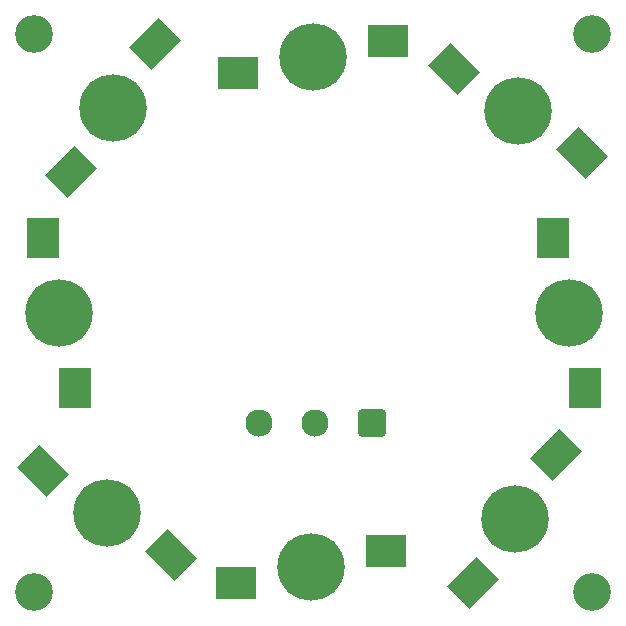
<source format=gbr>
%TF.GenerationSoftware,KiCad,Pcbnew,8.0.2*%
%TF.CreationDate,2024-08-19T21:28:26+02:00*%
%TF.ProjectId,ringlight,72696e67-6c69-4676-9874-2e6b69636164,rev?*%
%TF.SameCoordinates,Original*%
%TF.FileFunction,Soldermask,Top*%
%TF.FilePolarity,Negative*%
%FSLAX46Y46*%
G04 Gerber Fmt 4.6, Leading zero omitted, Abs format (unit mm)*
G04 Created by KiCad (PCBNEW 8.0.2) date 2024-08-19 21:28:26*
%MOMM*%
%LPD*%
G01*
G04 APERTURE LIST*
G04 Aperture macros list*
%AMRoundRect*
0 Rectangle with rounded corners*
0 $1 Rounding radius*
0 $2 $3 $4 $5 $6 $7 $8 $9 X,Y pos of 4 corners*
0 Add a 4 corners polygon primitive as box body*
4,1,4,$2,$3,$4,$5,$6,$7,$8,$9,$2,$3,0*
0 Add four circle primitives for the rounded corners*
1,1,$1+$1,$2,$3*
1,1,$1+$1,$4,$5*
1,1,$1+$1,$6,$7*
1,1,$1+$1,$8,$9*
0 Add four rect primitives between the rounded corners*
20,1,$1+$1,$2,$3,$4,$5,0*
20,1,$1+$1,$4,$5,$6,$7,0*
20,1,$1+$1,$6,$7,$8,$9,0*
20,1,$1+$1,$8,$9,$2,$3,0*%
%AMRotRect*
0 Rectangle, with rotation*
0 The origin of the aperture is its center*
0 $1 length*
0 $2 width*
0 $3 Rotation angle, in degrees counterclockwise*
0 Add horizontal line*
21,1,$1,$2,0,0,$3*%
G04 Aperture macros list end*
%ADD10C,3.200000*%
%ADD11R,3.500000X2.700000*%
%ADD12C,5.700000*%
%ADD13RotRect,3.500000X2.700000X45.000000*%
%ADD14RotRect,3.500000X2.700000X315.000000*%
%ADD15R,2.700000X3.500000*%
%ADD16RotRect,3.500000X2.700000X135.000000*%
%ADD17RoundRect,0.250001X0.899999X0.899999X-0.899999X0.899999X-0.899999X-0.899999X0.899999X-0.899999X0*%
%ADD18C,2.300000*%
%ADD19RotRect,3.500000X2.700000X225.000000*%
G04 APERTURE END LIST*
D10*
%TO.C,REF\u002A\u002A*%
X53290000Y53270000D03*
%TD*%
%TO.C,REF\u002A\u002A*%
X6000000Y53270000D03*
%TD*%
D11*
%TO.C,D1*%
X35995000Y52658000D03*
X23295000Y49958000D03*
D12*
X29645000Y51308000D03*
%TD*%
D11*
%TO.C,D5*%
X23114000Y6778000D03*
X35814000Y9478000D03*
D12*
X29464000Y8128000D03*
%TD*%
D13*
%TO.C,D4*%
X43180000Y6747278D03*
X50251068Y17636722D03*
D12*
X46715534Y12192000D03*
%TD*%
D14*
%TO.C,D6*%
X6747278Y16235534D03*
X17636722Y9164466D03*
D12*
X12192000Y12700000D03*
%TD*%
D15*
%TO.C,D3*%
X52658000Y23285000D03*
X49958000Y35985000D03*
D12*
X51308000Y29635000D03*
%TD*%
D10*
%TO.C,REF\u002A\u002A*%
X6000000Y6000000D03*
%TD*%
D16*
%TO.C,D2*%
X52434722Y43200466D03*
X41545278Y50271534D03*
D12*
X46990000Y46736000D03*
%TD*%
D17*
%TO.C,J1*%
X34645000Y20320000D03*
D18*
X29845000Y20320000D03*
X25045000Y20320000D03*
%TD*%
D19*
%TO.C,D8*%
X16235534Y52434722D03*
X9164466Y41545278D03*
D12*
X12700000Y46990000D03*
%TD*%
D15*
%TO.C,D7*%
X6778000Y35985000D03*
X9478000Y23285000D03*
D12*
X8128000Y29635000D03*
%TD*%
D10*
%TO.C,REF\u002A\u002A*%
X53290000Y6000000D03*
%TD*%
M02*

</source>
